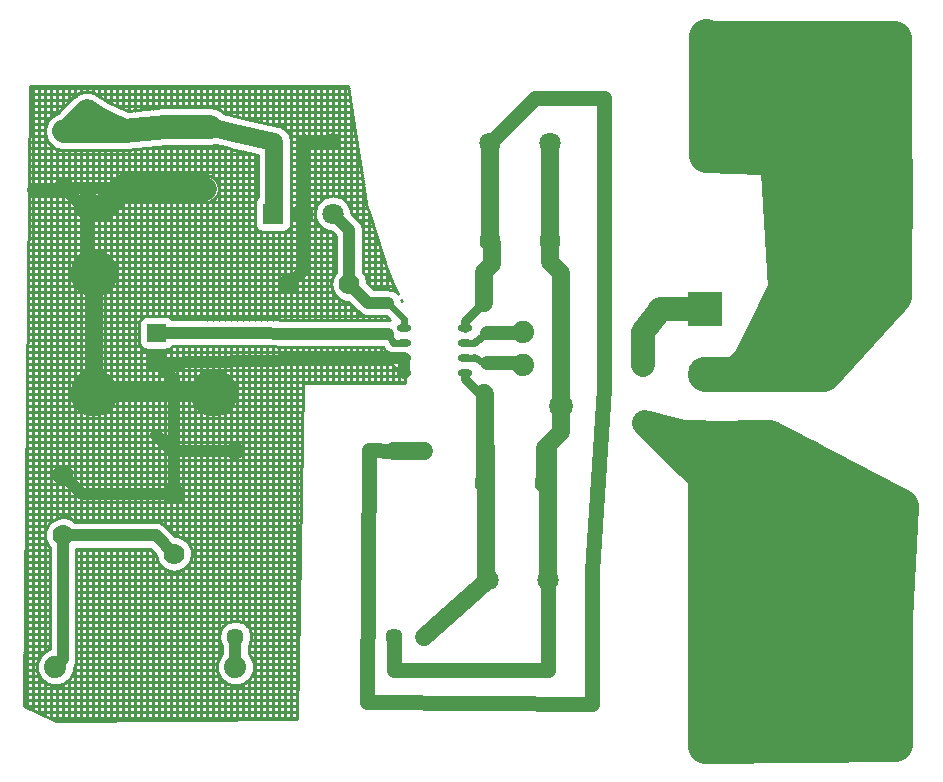
<source format=gtl>
G04 Layer: TopLayer*
G04 EasyEDA v6.5.34, 2023-10-25 23:35:01*
G04 b0c90d07580345d6a9a575a3640b0f1e,d8e1fe4a71354f51b54a745932dbb16f,10*
G04 Gerber Generator version 0.2*
G04 Scale: 100 percent, Rotated: No, Reflected: No *
G04 Dimensions in millimeters *
G04 leading zeros omitted , absolute positions ,4 integer and 5 decimal *
%FSLAX45Y45*%
%MOMM*%

%ADD10C,2.2000*%
%ADD11C,0.8000*%
%ADD12C,1.5000*%
%ADD13C,2.1000*%
%ADD14C,3.0000*%
%ADD15C,1.2500*%
%ADD16C,1.2000*%
%ADD17C,0.6000*%
%ADD18C,1.0000*%
%ADD19C,2.0000*%
%ADD20C,1.6000*%
%ADD21C,2.5000*%
%ADD22C,0.2540*%
%ADD23O,1.1999976X0.6999986*%
%ADD24R,1.5748X1.5748*%
%ADD25C,2.9000*%
%ADD26R,2.9000X2.9000*%
%ADD27C,1.8796*%
%ADD28C,1.9000*%
%ADD29C,1.8000*%
%ADD30C,1.4000*%
%ADD31C,1.7780*%
%ADD32R,1.8000X1.8000*%
%ADD33C,4.0000*%
%ADD34C,1.4500*%
%ADD35C,0.0192*%

%LPD*%
D10*
X5346700Y3340100D02*
G01*
X5537200Y3289300D01*
X5854700Y3214166D01*
D11*
X3973916Y3558997D02*
G01*
X3819768Y3713144D01*
X3819768Y3766896D01*
X3973829Y4358998D02*
G01*
X3819768Y4204947D01*
X3819768Y4147896D01*
D12*
X4051300Y4686300D02*
G01*
X3987192Y4622192D01*
X3987192Y4359097D01*
D13*
X5346700Y3340100D02*
G01*
X5346700Y3336582D01*
X5884644Y2798638D01*
D14*
X5854700Y3214166D02*
G01*
X5854700Y1600200D01*
D15*
X4032605Y5715000D02*
G01*
X4413605Y6096000D01*
X5003800Y6096000D01*
X5003192Y3634130D01*
X4901592Y2084730D01*
X4901592Y961593D01*
X2997200Y977900D01*
X3009900Y3111500D01*
X3225192Y3107893D01*
D16*
X4013200Y3848100D02*
G01*
X4317390Y3851097D01*
X4342790Y3825697D01*
D17*
X3987190Y3851097D02*
G01*
X3987190Y3851097D01*
X3899776Y3896898D01*
D18*
X2844190Y4517364D02*
G01*
X3002457Y4359097D01*
X3173829Y4359097D01*
X1211483Y4105582D02*
G01*
X3173729Y4098795D01*
D17*
X3899776Y3896898D02*
G01*
X3896774Y3893896D01*
X3819768Y3893896D01*
X3309772Y4020896D02*
G01*
X3215787Y4020896D01*
X3209795Y4026900D01*
X3173729Y4098795D02*
G01*
X3209795Y4026900D01*
D18*
X164490Y5311597D02*
G01*
X431190Y5330164D01*
D19*
X431190Y5812764D02*
G01*
X453359Y5812764D01*
X622310Y5981710D01*
X635010Y5156210D02*
G01*
X765235Y5156210D01*
X939190Y5330164D01*
D18*
X634997Y5156202D02*
G01*
X605157Y5156202D01*
X431190Y5330164D01*
D19*
X939190Y5812764D02*
G01*
X431190Y5812764D01*
D18*
X634997Y5156202D02*
G01*
X634997Y4663290D01*
X685190Y4613097D01*
X419100Y2901594D02*
G01*
X577494Y2743200D01*
X1358900Y2743200D01*
D19*
X1624990Y5324297D02*
G01*
X1269390Y5324297D01*
D18*
X431190Y5330164D02*
G01*
X939190Y5330164D01*
D12*
X685185Y3597097D02*
G01*
X1701190Y3597097D01*
D18*
X1207180Y3851097D02*
G01*
X1207180Y3838397D01*
D12*
X685185Y4613097D02*
G01*
X685185Y3597097D01*
X4032605Y5715000D02*
G01*
X4036006Y5711598D01*
X4036006Y4880000D01*
X4036009Y4880000D02*
G01*
X4051300Y4864709D01*
X4051300Y4686300D01*
X3996004Y2829991D02*
G01*
X3996004Y3132404D01*
X4000500Y3136900D01*
X4508500Y3136900D02*
G01*
X4504004Y3132404D01*
X4504004Y2829991D01*
X4559300Y4686300D02*
G01*
X4544009Y4701590D01*
X4544009Y4880000D01*
X4544006Y4880000D02*
G01*
X4542586Y4881422D01*
X4542586Y5715000D01*
D18*
X2336190Y4517364D02*
G01*
X2450490Y4631664D01*
X2450490Y5114264D01*
X2704490Y5114264D02*
G01*
X2844190Y4974564D01*
X2844190Y4517364D01*
X1211486Y3850309D02*
G01*
X1358900Y3702893D01*
X1358900Y2743200D01*
X419100Y2391613D02*
G01*
X419100Y1341114D01*
X354992Y1277007D01*
X419100Y2391613D02*
G01*
X1202486Y2391613D01*
X1358900Y2235200D01*
X939190Y5330164D02*
G01*
X945057Y5324297D01*
X1269390Y5324297D01*
X1624990Y5324297D02*
G01*
X1269390Y5324297D01*
D19*
X939190Y5330164D02*
G01*
X945057Y5324297D01*
X1269390Y5324297D01*
D18*
X1878990Y1277010D02*
G01*
X1878990Y1532864D01*
D12*
X3225190Y3107664D02*
G01*
X3328649Y3107664D01*
X3479190Y3107664D01*
X4000500Y3136900D02*
G01*
X4000500Y2031573D01*
X4016611Y2015462D01*
X3987192Y3597097D02*
G01*
X3996004Y3588283D01*
X3996004Y2829991D01*
X4526582Y2015462D02*
G01*
X4526582Y3118817D01*
X4508500Y3136900D01*
X3479192Y1533550D02*
G01*
X3479192Y1532862D01*
X4016611Y2015462D01*
X4000500Y2031573D01*
X4000500Y3136900D01*
D15*
X3225190Y1532864D02*
G01*
X3225190Y1253390D01*
X4526579Y1253390D01*
X4526579Y2015464D01*
D12*
X4634892Y3482797D02*
G01*
X4634892Y4610707D01*
X4559300Y4686300D01*
D18*
X1205890Y3243470D02*
G01*
X1341696Y3107664D01*
X1878990Y3107664D01*
D19*
X6832600Y5448300D02*
G01*
X7353300Y5130800D01*
X7353300Y5384800D01*
X5334000Y4114800D02*
G01*
X5334000Y3835400D01*
D12*
X4504004Y2829991D02*
G01*
X4504004Y3132404D01*
X4634892Y3263292D01*
X4634892Y3482797D01*
D18*
X685190Y5330164D02*
G01*
X634997Y5279971D01*
X634997Y5156202D01*
X2450490Y5114264D02*
G01*
X2463190Y5126964D01*
X2463190Y5723864D01*
D16*
X2463190Y5723864D02*
G01*
X2701264Y5723864D01*
X2705100Y5727700D01*
X4013200Y4102100D02*
G01*
X4330090Y4105097D01*
X4342790Y4092397D01*
D17*
X4013200Y4102100D02*
G01*
X3895793Y4020896D01*
X3819768Y4020896D01*
X4013200Y4102100D02*
G01*
X4013200Y4102100D01*
X3898900Y4025900D01*
D14*
X5854700Y3759174D02*
G01*
X6118854Y3759174D01*
X6537957Y4178277D01*
D19*
X1663090Y5850864D02*
G01*
X1294790Y5850864D01*
D14*
X7467600Y5549900D02*
G01*
X7454900Y4419600D01*
X7429500Y4394200D01*
X5867400Y5613400D02*
G01*
X5867400Y5613400D01*
X7467600Y5549900D01*
X5867400Y6616700D02*
G01*
X5880100Y6604000D01*
X7454900Y6604000D01*
X5867400Y5613400D02*
G01*
X5867400Y6616700D01*
X5854700Y609600D02*
G01*
X7467600Y622300D01*
X5854700Y1600200D02*
G01*
X5854700Y1600200D01*
X5854700Y1600200D01*
X5854700Y609600D01*
D17*
X3173829Y4359097D02*
G01*
X3309772Y4223130D01*
X3309772Y4147896D01*
D19*
X5854700Y4304233D02*
G01*
X5474743Y4304233D01*
X5448300Y4267200D01*
X5334000Y4113733D01*
D20*
X6400800Y5612333D02*
G01*
X6464300Y4495800D01*
X6102017Y3759174D01*
X5854700Y3759174D01*
D14*
X7467600Y1689100D02*
G01*
X7515859Y2641549D01*
X5854700Y3214164D01*
D19*
X6388100Y1600200D02*
G01*
X6400800Y3225800D01*
D21*
X6400800Y3225800D02*
G01*
X6093053Y3214166D01*
X5854700Y3214166D01*
D14*
X6692900Y1828800D02*
G01*
X6718300Y3060700D01*
X6845300Y1828800D02*
G01*
X6939279Y2841193D01*
X5854700Y3214164D01*
X5854700Y3759174D02*
G01*
X6857974Y3759174D01*
X7454900Y4419600D01*
X7429500Y4394200D02*
G01*
X7193279Y4131513D01*
D19*
X5854700Y3214164D02*
G01*
X6515100Y3175000D01*
X6591300Y1803400D01*
D14*
X7515859Y2641549D02*
G01*
X6400800Y3225800D01*
X5854700Y3214164D01*
D18*
X1211483Y3850309D02*
G01*
X3309787Y3893898D01*
X3309787Y3893898D02*
G01*
X3309787Y3766898D01*
D19*
X939190Y5812764D02*
G01*
X1294790Y5850864D01*
X1294790Y5850864D01*
X622310Y5981710D02*
G01*
X723900Y5918200D01*
X939190Y5812764D01*
D12*
X2209190Y5723864D02*
G01*
X2209190Y5126964D01*
X2196490Y5114264D01*
X1663090Y5850864D02*
G01*
X1866290Y5800064D01*
X2209190Y5724552D01*
D22*
X3284345Y4383900D02*
G01*
X3287927Y4377183D01*
X3287927Y4377183D02*
G01*
X3285123Y4379988D01*
X3285123Y4379988D02*
G01*
X3284345Y4383900D01*
X357827Y821944D02*
G01*
X88624Y948173D01*
X88624Y948173D02*
G01*
X139828Y6197345D01*
X139828Y6197345D02*
G01*
X2833716Y6197345D01*
X2833716Y6197345D02*
G01*
X2997101Y5154195D01*
X2997101Y5154195D02*
G01*
X2997580Y5152196D01*
X2997580Y5152196D02*
G01*
X3162680Y4644196D01*
X3162680Y4644196D02*
G01*
X3162972Y4643388D01*
X3162972Y4643388D02*
G01*
X3213772Y4516388D01*
X3213772Y4516388D02*
G01*
X3214370Y4515103D01*
X3214370Y4515103D02*
G01*
X3255884Y4437263D01*
X3255884Y4437263D02*
G01*
X3254067Y4439335D01*
X3254067Y4439335D02*
G01*
X3242907Y4449122D01*
X3242907Y4449122D02*
G01*
X3230566Y4457369D01*
X3230566Y4457369D02*
G01*
X3217253Y4463933D01*
X3217253Y4463933D02*
G01*
X3203198Y4468705D01*
X3203198Y4468705D02*
G01*
X3188640Y4471600D01*
X3188640Y4471600D02*
G01*
X3173829Y4472571D01*
X3173829Y4472571D02*
G01*
X3049460Y4472571D01*
X3049460Y4472571D02*
G01*
X2996073Y4525958D01*
X2996073Y4525958D02*
G01*
X2995571Y4534733D01*
X2995571Y4534733D02*
G01*
X2992605Y4551876D01*
X2992605Y4551876D02*
G01*
X2987703Y4568569D01*
X2987703Y4568569D02*
G01*
X2980931Y4584595D01*
X2980931Y4584595D02*
G01*
X2972376Y4599744D01*
X2972376Y4599744D02*
G01*
X2962150Y4613819D01*
X2962150Y4613819D02*
G01*
X2957664Y4618706D01*
X2957664Y4618706D02*
G01*
X2957664Y4974564D01*
X2957664Y4974564D02*
G01*
X2956694Y4989376D01*
X2956694Y4989376D02*
G01*
X2953798Y5003933D01*
X2953798Y5003933D02*
G01*
X2949027Y5017989D01*
X2949027Y5017989D02*
G01*
X2942462Y5031301D01*
X2942462Y5031301D02*
G01*
X2934215Y5043643D01*
X2934215Y5043643D02*
G01*
X2924429Y5054803D01*
X2924429Y5054803D02*
G01*
X2857565Y5121666D01*
X2857565Y5121666D02*
G01*
X2857401Y5127398D01*
X2857401Y5127398D02*
G01*
X2854907Y5144743D01*
X2854907Y5144743D02*
G01*
X2850453Y5161690D01*
X2850453Y5161690D02*
G01*
X2844095Y5178020D01*
X2844095Y5178020D02*
G01*
X2835918Y5193518D01*
X2835918Y5193518D02*
G01*
X2826027Y5207983D01*
X2826027Y5207983D02*
G01*
X2814551Y5221226D01*
X2814551Y5221226D02*
G01*
X2801641Y5233075D01*
X2801641Y5233075D02*
G01*
X2787464Y5243375D01*
X2787464Y5243375D02*
G01*
X2772206Y5251992D01*
X2772206Y5251992D02*
G01*
X2756065Y5258813D01*
X2756065Y5258813D02*
G01*
X2739251Y5263750D01*
X2739251Y5263750D02*
G01*
X2721985Y5266738D01*
X2721985Y5266738D02*
G01*
X2704490Y5267739D01*
X2704490Y5267739D02*
G01*
X2686995Y5266738D01*
X2686995Y5266738D02*
G01*
X2669728Y5263750D01*
X2669728Y5263750D02*
G01*
X2652915Y5258813D01*
X2652915Y5258813D02*
G01*
X2636774Y5251992D01*
X2636774Y5251992D02*
G01*
X2621515Y5243375D01*
X2621515Y5243375D02*
G01*
X2607339Y5233075D01*
X2607339Y5233075D02*
G01*
X2594428Y5221226D01*
X2594428Y5221226D02*
G01*
X2582953Y5207983D01*
X2582953Y5207983D02*
G01*
X2573062Y5193518D01*
X2573062Y5193518D02*
G01*
X2564885Y5178020D01*
X2564885Y5178020D02*
G01*
X2558527Y5161690D01*
X2558527Y5161690D02*
G01*
X2554072Y5144743D01*
X2554072Y5144743D02*
G01*
X2551578Y5127398D01*
X2551578Y5127398D02*
G01*
X2551078Y5109882D01*
X2551078Y5109882D02*
G01*
X2552578Y5092422D01*
X2552578Y5092422D02*
G01*
X2556058Y5075248D01*
X2556058Y5075248D02*
G01*
X2561473Y5058582D01*
X2561473Y5058582D02*
G01*
X2568752Y5042643D01*
X2568752Y5042643D02*
G01*
X2577801Y5027636D01*
X2577801Y5027636D02*
G01*
X2588502Y5013760D01*
X2588502Y5013760D02*
G01*
X2600714Y5001193D01*
X2600714Y5001193D02*
G01*
X2614280Y4990101D01*
X2614280Y4990101D02*
G01*
X2629021Y4980627D01*
X2629021Y4980627D02*
G01*
X2644747Y4972895D01*
X2644747Y4972895D02*
G01*
X2661251Y4967007D01*
X2661251Y4967007D02*
G01*
X2678319Y4963038D01*
X2678319Y4963038D02*
G01*
X2695728Y4961040D01*
X2695728Y4961040D02*
G01*
X2697237Y4961040D01*
X2697237Y4961040D02*
G01*
X2730715Y4927561D01*
X2730715Y4927561D02*
G01*
X2730715Y4618912D01*
X2730715Y4618912D02*
G01*
X2720916Y4606928D01*
X2720916Y4606928D02*
G01*
X2711510Y4592292D01*
X2711510Y4592292D02*
G01*
X2703834Y4576679D01*
X2703834Y4576679D02*
G01*
X2697988Y4560293D01*
X2697988Y4560293D02*
G01*
X2694047Y4543347D01*
X2694047Y4543347D02*
G01*
X2692064Y4526063D01*
X2692064Y4526063D02*
G01*
X2692064Y4508665D01*
X2692064Y4508665D02*
G01*
X2694047Y4491381D01*
X2694047Y4491381D02*
G01*
X2697988Y4474435D01*
X2697988Y4474435D02*
G01*
X2703834Y4458049D01*
X2703834Y4458049D02*
G01*
X2711510Y4442436D01*
X2711510Y4442436D02*
G01*
X2720916Y4427801D01*
X2720916Y4427801D02*
G01*
X2731929Y4414332D01*
X2731929Y4414332D02*
G01*
X2744406Y4402207D01*
X2744406Y4402207D02*
G01*
X2758183Y4391583D01*
X2758183Y4391583D02*
G01*
X2773082Y4382599D01*
X2773082Y4382599D02*
G01*
X2788907Y4375372D01*
X2788907Y4375372D02*
G01*
X2805453Y4369996D01*
X2805453Y4369996D02*
G01*
X2822505Y4366540D01*
X2822505Y4366540D02*
G01*
X2835667Y4365410D01*
X2835667Y4365410D02*
G01*
X2922219Y4278858D01*
X2922219Y4278858D02*
G01*
X2933378Y4269071D01*
X2933378Y4269071D02*
G01*
X2945720Y4260825D01*
X2945720Y4260825D02*
G01*
X2959032Y4254260D01*
X2959032Y4254260D02*
G01*
X2973088Y4249489D01*
X2973088Y4249489D02*
G01*
X2987646Y4246593D01*
X2987646Y4246593D02*
G01*
X3002457Y4245622D01*
X3002457Y4245622D02*
G01*
X3155102Y4245622D01*
X3155102Y4245622D02*
G01*
X3189609Y4211109D01*
X3189609Y4211109D02*
G01*
X3188930Y4211247D01*
X3188930Y4211247D02*
G01*
X3174122Y4212269D01*
X3174122Y4212269D02*
G01*
X1343242Y4218601D01*
X1343242Y4218601D02*
G01*
X1338731Y4225044D01*
X1338731Y4225044D02*
G01*
X1330907Y4232868D01*
X1330907Y4232868D02*
G01*
X1321843Y4239214D01*
X1321843Y4239214D02*
G01*
X1311816Y4243890D01*
X1311816Y4243890D02*
G01*
X1301128Y4246753D01*
X1301128Y4246753D02*
G01*
X1290106Y4247718D01*
X1290106Y4247718D02*
G01*
X1132626Y4247718D01*
X1132626Y4247718D02*
G01*
X1117423Y4246349D01*
X1117423Y4246349D02*
G01*
X1106736Y4243486D01*
X1106736Y4243486D02*
G01*
X1096708Y4238810D01*
X1096708Y4238810D02*
G01*
X1087645Y4232464D01*
X1087645Y4232464D02*
G01*
X1079821Y4224640D01*
X1079821Y4224640D02*
G01*
X1073475Y4215577D01*
X1073475Y4215577D02*
G01*
X1068799Y4205549D01*
X1068799Y4205549D02*
G01*
X1065935Y4194862D01*
X1065935Y4194862D02*
G01*
X1064971Y4183839D01*
X1064971Y4183839D02*
G01*
X1064971Y4026359D01*
X1064971Y4026359D02*
G01*
X1065935Y4015337D01*
X1065935Y4015337D02*
G01*
X1068799Y4004650D01*
X1068799Y4004650D02*
G01*
X1073475Y3994622D01*
X1073475Y3994622D02*
G01*
X1079821Y3985558D01*
X1079821Y3985558D02*
G01*
X1087645Y3977735D01*
X1087645Y3977735D02*
G01*
X1096708Y3971389D01*
X1096708Y3971389D02*
G01*
X1106736Y3966713D01*
X1106736Y3966713D02*
G01*
X1117423Y3963849D01*
X1117423Y3963849D02*
G01*
X1128445Y3962885D01*
X1128445Y3962885D02*
G01*
X1285925Y3962885D01*
X1285925Y3962885D02*
G01*
X1301128Y3964253D01*
X1301128Y3964253D02*
G01*
X1311816Y3967117D01*
X1311816Y3967117D02*
G01*
X1321843Y3971792D01*
X1321843Y3971792D02*
G01*
X1330907Y3978139D01*
X1330907Y3978139D02*
G01*
X1338731Y3985962D01*
X1338731Y3985962D02*
G01*
X1342715Y3991653D01*
X1342715Y3991653D02*
G01*
X3125994Y3985485D01*
X3125994Y3985485D02*
G01*
X3127707Y3982190D01*
X3127707Y3982190D02*
G01*
X3133059Y3973523D01*
X3133059Y3973523D02*
G01*
X3134906Y3970962D01*
X3134906Y3970962D02*
G01*
X3141436Y3963146D01*
X3141436Y3963146D02*
G01*
X3149620Y3954869D01*
X3149620Y3954869D02*
G01*
X3154574Y3950252D01*
X3154574Y3950252D02*
G01*
X3159690Y3946125D01*
X3159690Y3946125D02*
G01*
X3165251Y3942260D01*
X3165251Y3942260D02*
G01*
X3170902Y3938902D01*
X3170902Y3938902D02*
G01*
X3176956Y3935868D01*
X3176956Y3935868D02*
G01*
X3183028Y3933349D01*
X3183028Y3933349D02*
G01*
X3189452Y3931208D01*
X3189452Y3931208D02*
G01*
X3193481Y3930177D01*
X3193481Y3930177D02*
G01*
X3190301Y3921652D01*
X3190301Y3921652D02*
G01*
X3187315Y3907923D01*
X3187315Y3907923D02*
G01*
X3186313Y3893908D01*
X3186313Y3893908D02*
G01*
X3187315Y3879894D01*
X3187315Y3879894D02*
G01*
X3190301Y3866165D01*
X3190301Y3866165D02*
G01*
X3195212Y3853001D01*
X3195212Y3853001D02*
G01*
X3201945Y3840669D01*
X3201945Y3840669D02*
G01*
X3210365Y3829421D01*
X3210365Y3829421D02*
G01*
X3220300Y3819486D01*
X3220300Y3819486D02*
G01*
X3231548Y3811066D01*
X3231548Y3811066D02*
G01*
X3243879Y3804333D01*
X3243879Y3804333D02*
G01*
X3257044Y3799423D01*
X3257044Y3799423D02*
G01*
X3270773Y3796436D01*
X3270773Y3796436D02*
G01*
X3284787Y3795434D01*
X3284787Y3795434D02*
G01*
X3314445Y3795434D01*
X3314445Y3795434D02*
G01*
X3314445Y3683253D01*
X3314445Y3683253D02*
G01*
X2463800Y3683253D01*
X2463800Y3683253D02*
G01*
X2458842Y3682267D01*
X2458842Y3682267D02*
G01*
X2454640Y3679459D01*
X2454640Y3679459D02*
G01*
X2451832Y3675257D01*
X2451832Y3675257D02*
G01*
X2450848Y3670531D01*
X2450848Y3670531D02*
G01*
X2400273Y838352D01*
X2400273Y838352D02*
G01*
X357827Y821944D01*
X2095468Y4961754D02*
G01*
X2106490Y4960790D01*
X2106490Y4960790D02*
G01*
X2286490Y4960790D01*
X2286490Y4960790D02*
G01*
X2297512Y4961754D01*
X2297512Y4961754D02*
G01*
X2308199Y4964618D01*
X2308199Y4964618D02*
G01*
X2318227Y4969294D01*
X2318227Y4969294D02*
G01*
X2327291Y4975640D01*
X2327291Y4975640D02*
G01*
X2335114Y4983463D01*
X2335114Y4983463D02*
G01*
X2341460Y4992527D01*
X2341460Y4992527D02*
G01*
X2346136Y5002555D01*
X2346136Y5002555D02*
G01*
X2349000Y5013242D01*
X2349000Y5013242D02*
G01*
X2349964Y5024264D01*
X2349964Y5024264D02*
G01*
X2349964Y5204264D01*
X2349964Y5204264D02*
G01*
X2349000Y5215286D01*
X2349000Y5215286D02*
G01*
X2347664Y5220271D01*
X2347664Y5220271D02*
G01*
X2347664Y5723864D01*
X2347664Y5723864D02*
G01*
X2347621Y5728001D01*
X2347621Y5728001D02*
G01*
X2346196Y5744662D01*
X2346196Y5744662D02*
G01*
X2342774Y5761030D01*
X2342774Y5761030D02*
G01*
X2337403Y5776865D01*
X2337403Y5776865D02*
G01*
X2330162Y5791938D01*
X2330162Y5791938D02*
G01*
X2321158Y5806029D01*
X2321158Y5806029D02*
G01*
X2310521Y5818931D01*
X2310521Y5818931D02*
G01*
X2298406Y5830457D01*
X2298406Y5830457D02*
G01*
X2284990Y5840438D01*
X2284990Y5840438D02*
G01*
X2270469Y5848730D01*
X2270469Y5848730D02*
G01*
X2255054Y5855211D01*
X2255054Y5855211D02*
G01*
X2238970Y5859787D01*
X2238970Y5859787D02*
G01*
X1897979Y5934878D01*
X1897979Y5934878D02*
G01*
X1780539Y5964238D01*
X1780539Y5964238D02*
G01*
X1775511Y5969546D01*
X1775511Y5969546D02*
G01*
X1762020Y5981005D01*
X1762020Y5981005D02*
G01*
X1747370Y5990938D01*
X1747370Y5990938D02*
G01*
X1731731Y5999230D01*
X1731731Y5999230D02*
G01*
X1715287Y6005781D01*
X1715287Y6005781D02*
G01*
X1698232Y6010517D01*
X1698232Y6010517D02*
G01*
X1680764Y6013380D01*
X1680764Y6013380D02*
G01*
X1663090Y6014338D01*
X1663090Y6014338D02*
G01*
X1294790Y6014338D01*
X1294790Y6014338D02*
G01*
X1277374Y6013408D01*
X1277374Y6013408D02*
G01*
X968703Y5980336D01*
X968703Y5980336D02*
G01*
X803390Y6061296D01*
X803390Y6061296D02*
G01*
X708967Y6120326D01*
X708967Y6120326D02*
G01*
X702768Y6124014D01*
X702768Y6124014D02*
G01*
X693472Y6128882D01*
X693472Y6128882D02*
G01*
X686910Y6131878D01*
X686910Y6131878D02*
G01*
X677143Y6135714D01*
X677143Y6135714D02*
G01*
X670295Y6137983D01*
X670295Y6137983D02*
G01*
X660171Y6140739D01*
X660171Y6140739D02*
G01*
X653118Y6142255D01*
X653118Y6142255D02*
G01*
X642755Y6143901D01*
X642755Y6143901D02*
G01*
X635579Y6144645D01*
X635579Y6144645D02*
G01*
X625099Y6145160D01*
X625099Y6145160D02*
G01*
X617885Y6145124D01*
X617885Y6145124D02*
G01*
X607410Y6144504D01*
X607410Y6144504D02*
G01*
X600243Y6143688D01*
X600243Y6143688D02*
G01*
X589896Y6141938D01*
X589896Y6141938D02*
G01*
X582859Y6140352D01*
X582859Y6140352D02*
G01*
X572763Y6137495D01*
X572763Y6137495D02*
G01*
X565938Y6135157D01*
X565938Y6135157D02*
G01*
X556210Y6131224D01*
X556210Y6131224D02*
G01*
X549678Y6128163D01*
X549678Y6128163D02*
G01*
X540432Y6123201D01*
X540432Y6123201D02*
G01*
X534270Y6119452D01*
X534270Y6119452D02*
G01*
X525614Y6113519D01*
X525614Y6113519D02*
G01*
X519893Y6109125D01*
X519893Y6109125D02*
G01*
X511930Y6102292D01*
X511930Y6102292D02*
G01*
X506718Y6097305D01*
X506718Y6097305D02*
G01*
X375829Y5966421D01*
X375829Y5966421D02*
G01*
X362549Y5961130D01*
X362549Y5961130D02*
G01*
X346910Y5952838D01*
X346910Y5952838D02*
G01*
X332259Y5942905D01*
X332259Y5942905D02*
G01*
X318769Y5931446D01*
X318769Y5931446D02*
G01*
X306596Y5918595D01*
X306596Y5918595D02*
G01*
X295884Y5904504D01*
X295884Y5904504D02*
G01*
X286758Y5889337D01*
X286758Y5889337D02*
G01*
X279326Y5873272D01*
X279326Y5873272D02*
G01*
X273674Y5856498D01*
X273674Y5856498D02*
G01*
X269869Y5839211D01*
X269869Y5839211D02*
G01*
X267955Y5821614D01*
X267955Y5821614D02*
G01*
X267955Y5803914D01*
X267955Y5803914D02*
G01*
X269869Y5786317D01*
X269869Y5786317D02*
G01*
X273674Y5769030D01*
X273674Y5769030D02*
G01*
X279326Y5752256D01*
X279326Y5752256D02*
G01*
X286758Y5736191D01*
X286758Y5736191D02*
G01*
X295884Y5721024D01*
X295884Y5721024D02*
G01*
X306596Y5706933D01*
X306596Y5706933D02*
G01*
X318769Y5694082D01*
X318769Y5694082D02*
G01*
X332259Y5682623D01*
X332259Y5682623D02*
G01*
X346910Y5672690D01*
X346910Y5672690D02*
G01*
X362549Y5664399D01*
X362549Y5664399D02*
G01*
X378992Y5657847D01*
X378992Y5657847D02*
G01*
X396048Y5653112D01*
X396048Y5653112D02*
G01*
X413515Y5650248D01*
X413515Y5650248D02*
G01*
X431190Y5649290D01*
X431190Y5649290D02*
G01*
X939190Y5649290D01*
X939190Y5649290D02*
G01*
X953272Y5649897D01*
X953272Y5649897D02*
G01*
X956605Y5650220D01*
X956605Y5650220D02*
G01*
X1303522Y5687390D01*
X1303522Y5687390D02*
G01*
X1663090Y5687390D01*
X1663090Y5687390D02*
G01*
X1680764Y5688348D01*
X1680764Y5688348D02*
G01*
X1698232Y5691212D01*
X1698232Y5691212D02*
G01*
X1713641Y5695490D01*
X1713641Y5695490D02*
G01*
X1832705Y5665724D01*
X1832705Y5665724D02*
G01*
X1836509Y5664830D01*
X1836509Y5664830D02*
G01*
X2070715Y5613254D01*
X2070715Y5613254D02*
G01*
X2070715Y5256408D01*
X2070715Y5256408D02*
G01*
X2065689Y5252888D01*
X2065689Y5252888D02*
G01*
X2057866Y5245065D01*
X2057866Y5245065D02*
G01*
X2051519Y5236001D01*
X2051519Y5236001D02*
G01*
X2046844Y5225974D01*
X2046844Y5225974D02*
G01*
X2043980Y5215286D01*
X2043980Y5215286D02*
G01*
X2043015Y5204264D01*
X2043015Y5204264D02*
G01*
X2043015Y5024264D01*
X2043015Y5024264D02*
G01*
X2043980Y5013242D01*
X2043980Y5013242D02*
G01*
X2046844Y5002555D01*
X2046844Y5002555D02*
G01*
X2051519Y4992527D01*
X2051519Y4992527D02*
G01*
X2057866Y4983463D01*
X2057866Y4983463D02*
G01*
X2065689Y4975640D01*
X2065689Y4975640D02*
G01*
X2074753Y4969294D01*
X2074753Y4969294D02*
G01*
X2084780Y4964618D01*
X2084780Y4964618D02*
G01*
X2095468Y4961754D01*
X337361Y1120545D02*
G01*
X354990Y1119555D01*
X354990Y1119555D02*
G01*
X372619Y1120545D01*
X372619Y1120545D02*
G01*
X390027Y1123503D01*
X390027Y1123503D02*
G01*
X406994Y1128391D01*
X406994Y1128391D02*
G01*
X423307Y1135148D01*
X423307Y1135148D02*
G01*
X438761Y1143689D01*
X438761Y1143689D02*
G01*
X453161Y1153907D01*
X453161Y1153907D02*
G01*
X466327Y1165673D01*
X466327Y1165673D02*
G01*
X478093Y1178839D01*
X478093Y1178839D02*
G01*
X488310Y1193239D01*
X488310Y1193239D02*
G01*
X496852Y1208693D01*
X496852Y1208693D02*
G01*
X503609Y1225006D01*
X503609Y1225006D02*
G01*
X508497Y1241973D01*
X508497Y1241973D02*
G01*
X511454Y1259381D01*
X511454Y1259381D02*
G01*
X512444Y1277003D01*
X512444Y1277003D02*
G01*
X517371Y1284377D01*
X517371Y1284377D02*
G01*
X523936Y1297690D01*
X523936Y1297690D02*
G01*
X528707Y1311745D01*
X528707Y1311745D02*
G01*
X531603Y1326303D01*
X531603Y1326303D02*
G01*
X532574Y1341114D01*
X532574Y1341114D02*
G01*
X532574Y2278138D01*
X532574Y2278138D02*
G01*
X1155484Y2278138D01*
X1155484Y2278138D02*
G01*
X1206945Y2226677D01*
X1206945Y2226677D02*
G01*
X1208076Y2213514D01*
X1208076Y2213514D02*
G01*
X1211531Y2196463D01*
X1211531Y2196463D02*
G01*
X1216907Y2179917D01*
X1216907Y2179917D02*
G01*
X1224134Y2164091D01*
X1224134Y2164091D02*
G01*
X1233118Y2149193D01*
X1233118Y2149193D02*
G01*
X1243743Y2135415D01*
X1243743Y2135415D02*
G01*
X1255868Y2122939D01*
X1255868Y2122939D02*
G01*
X1269336Y2111926D01*
X1269336Y2111926D02*
G01*
X1283972Y2102520D01*
X1283972Y2102520D02*
G01*
X1299585Y2094844D01*
X1299585Y2094844D02*
G01*
X1315971Y2088997D01*
X1315971Y2088997D02*
G01*
X1332916Y2085057D01*
X1332916Y2085057D02*
G01*
X1350201Y2083073D01*
X1350201Y2083073D02*
G01*
X1367598Y2083073D01*
X1367598Y2083073D02*
G01*
X1384883Y2085057D01*
X1384883Y2085057D02*
G01*
X1401828Y2088997D01*
X1401828Y2088997D02*
G01*
X1418214Y2094844D01*
X1418214Y2094844D02*
G01*
X1433827Y2102520D01*
X1433827Y2102520D02*
G01*
X1448463Y2111926D01*
X1448463Y2111926D02*
G01*
X1461931Y2122939D01*
X1461931Y2122939D02*
G01*
X1474056Y2135415D01*
X1474056Y2135415D02*
G01*
X1484681Y2149193D01*
X1484681Y2149193D02*
G01*
X1493665Y2164091D01*
X1493665Y2164091D02*
G01*
X1500892Y2179917D01*
X1500892Y2179917D02*
G01*
X1506268Y2196463D01*
X1506268Y2196463D02*
G01*
X1509723Y2213514D01*
X1509723Y2213514D02*
G01*
X1511212Y2230848D01*
X1511212Y2230848D02*
G01*
X1510715Y2248239D01*
X1510715Y2248239D02*
G01*
X1508239Y2265460D01*
X1508239Y2265460D02*
G01*
X1503816Y2282286D01*
X1503816Y2282286D02*
G01*
X1497504Y2298498D01*
X1497504Y2298498D02*
G01*
X1489385Y2313885D01*
X1489385Y2313885D02*
G01*
X1479565Y2328247D01*
X1479565Y2328247D02*
G01*
X1468172Y2341395D01*
X1468172Y2341395D02*
G01*
X1455354Y2353159D01*
X1455354Y2353159D02*
G01*
X1441279Y2363385D01*
X1441279Y2363385D02*
G01*
X1426131Y2371940D01*
X1426131Y2371940D02*
G01*
X1410105Y2378713D01*
X1410105Y2378713D02*
G01*
X1393412Y2383614D01*
X1393412Y2383614D02*
G01*
X1376269Y2386581D01*
X1376269Y2386581D02*
G01*
X1367494Y2387083D01*
X1367494Y2387083D02*
G01*
X1282725Y2471851D01*
X1282725Y2471851D02*
G01*
X1271565Y2481638D01*
X1271565Y2481638D02*
G01*
X1259224Y2489885D01*
X1259224Y2489885D02*
G01*
X1245911Y2496449D01*
X1245911Y2496449D02*
G01*
X1231856Y2501221D01*
X1231856Y2501221D02*
G01*
X1217298Y2504116D01*
X1217298Y2504116D02*
G01*
X1202486Y2505087D01*
X1202486Y2505087D02*
G01*
X520602Y2505087D01*
X520602Y2505087D02*
G01*
X518884Y2506757D01*
X518884Y2506757D02*
G01*
X505106Y2517381D01*
X505106Y2517381D02*
G01*
X490208Y2526365D01*
X490208Y2526365D02*
G01*
X474382Y2533592D01*
X474382Y2533592D02*
G01*
X457836Y2538969D01*
X457836Y2538969D02*
G01*
X440785Y2542424D01*
X440785Y2542424D02*
G01*
X423451Y2543912D01*
X423451Y2543912D02*
G01*
X406060Y2543416D01*
X406060Y2543416D02*
G01*
X388839Y2540940D01*
X388839Y2540940D02*
G01*
X372013Y2536517D01*
X372013Y2536517D02*
G01*
X355801Y2530205D01*
X355801Y2530205D02*
G01*
X340414Y2522086D01*
X340414Y2522086D02*
G01*
X326052Y2512266D01*
X326052Y2512266D02*
G01*
X312904Y2500873D01*
X312904Y2500873D02*
G01*
X301140Y2488055D01*
X301140Y2488055D02*
G01*
X290914Y2473980D01*
X290914Y2473980D02*
G01*
X282359Y2458831D01*
X282359Y2458831D02*
G01*
X275586Y2442805D01*
X275586Y2442805D02*
G01*
X270685Y2426112D01*
X270685Y2426112D02*
G01*
X267718Y2408969D01*
X267718Y2408969D02*
G01*
X266725Y2391600D01*
X266725Y2391600D02*
G01*
X267718Y2374231D01*
X267718Y2374231D02*
G01*
X270685Y2357088D01*
X270685Y2357088D02*
G01*
X275586Y2340395D01*
X275586Y2340395D02*
G01*
X282359Y2324369D01*
X282359Y2324369D02*
G01*
X290914Y2309220D01*
X290914Y2309220D02*
G01*
X301140Y2295145D01*
X301140Y2295145D02*
G01*
X305625Y2290258D01*
X305625Y2290258D02*
G01*
X305625Y1426389D01*
X305625Y1426389D02*
G01*
X302986Y1425629D01*
X302986Y1425629D02*
G01*
X286673Y1418872D01*
X286673Y1418872D02*
G01*
X271219Y1410330D01*
X271219Y1410330D02*
G01*
X256819Y1400113D01*
X256819Y1400113D02*
G01*
X243653Y1388347D01*
X243653Y1388347D02*
G01*
X231887Y1375181D01*
X231887Y1375181D02*
G01*
X221669Y1360781D01*
X221669Y1360781D02*
G01*
X213128Y1345327D01*
X213128Y1345327D02*
G01*
X206371Y1329014D01*
X206371Y1329014D02*
G01*
X201483Y1312047D01*
X201483Y1312047D02*
G01*
X198525Y1294639D01*
X198525Y1294639D02*
G01*
X197535Y1277010D01*
X197535Y1277010D02*
G01*
X198525Y1259381D01*
X198525Y1259381D02*
G01*
X201483Y1241973D01*
X201483Y1241973D02*
G01*
X206371Y1225006D01*
X206371Y1225006D02*
G01*
X213128Y1208693D01*
X213128Y1208693D02*
G01*
X221669Y1193239D01*
X221669Y1193239D02*
G01*
X231887Y1178839D01*
X231887Y1178839D02*
G01*
X243653Y1165673D01*
X243653Y1165673D02*
G01*
X256819Y1153907D01*
X256819Y1153907D02*
G01*
X271219Y1143689D01*
X271219Y1143689D02*
G01*
X286673Y1135148D01*
X286673Y1135148D02*
G01*
X302986Y1128391D01*
X302986Y1128391D02*
G01*
X319953Y1123503D01*
X319953Y1123503D02*
G01*
X337361Y1120545D01*
X930246Y5211793D02*
G01*
X945057Y5210822D01*
X945057Y5210822D02*
G01*
X1624990Y5210822D01*
X1624990Y5210822D02*
G01*
X1639801Y5211793D01*
X1639801Y5211793D02*
G01*
X1654359Y5214689D01*
X1654359Y5214689D02*
G01*
X1668415Y5219460D01*
X1668415Y5219460D02*
G01*
X1681727Y5226025D01*
X1681727Y5226025D02*
G01*
X1694069Y5234271D01*
X1694069Y5234271D02*
G01*
X1705229Y5244058D01*
X1705229Y5244058D02*
G01*
X1715015Y5255218D01*
X1715015Y5255218D02*
G01*
X1723262Y5267559D01*
X1723262Y5267559D02*
G01*
X1729827Y5280872D01*
X1729827Y5280872D02*
G01*
X1734598Y5294927D01*
X1734598Y5294927D02*
G01*
X1737494Y5309485D01*
X1737494Y5309485D02*
G01*
X1738464Y5324297D01*
X1738464Y5324297D02*
G01*
X1737494Y5339108D01*
X1737494Y5339108D02*
G01*
X1734598Y5353666D01*
X1734598Y5353666D02*
G01*
X1729827Y5367722D01*
X1729827Y5367722D02*
G01*
X1723262Y5381034D01*
X1723262Y5381034D02*
G01*
X1715015Y5393376D01*
X1715015Y5393376D02*
G01*
X1705229Y5404535D01*
X1705229Y5404535D02*
G01*
X1694069Y5414322D01*
X1694069Y5414322D02*
G01*
X1681727Y5422569D01*
X1681727Y5422569D02*
G01*
X1668415Y5429133D01*
X1668415Y5429133D02*
G01*
X1654359Y5433905D01*
X1654359Y5433905D02*
G01*
X1639801Y5436800D01*
X1639801Y5436800D02*
G01*
X1624990Y5437771D01*
X1624990Y5437771D02*
G01*
X974453Y5437771D01*
X974453Y5437771D02*
G01*
X968559Y5439772D01*
X968559Y5439772D02*
G01*
X954001Y5442668D01*
X954001Y5442668D02*
G01*
X939190Y5443639D01*
X939190Y5443639D02*
G01*
X924378Y5442668D01*
X924378Y5442668D02*
G01*
X909821Y5439772D01*
X909821Y5439772D02*
G01*
X895765Y5435001D01*
X895765Y5435001D02*
G01*
X882453Y5428436D01*
X882453Y5428436D02*
G01*
X870111Y5420190D01*
X870111Y5420190D02*
G01*
X858951Y5410403D01*
X858951Y5410403D02*
G01*
X849164Y5399243D01*
X849164Y5399243D02*
G01*
X840918Y5386901D01*
X840918Y5386901D02*
G01*
X834353Y5373589D01*
X834353Y5373589D02*
G01*
X829582Y5359533D01*
X829582Y5359533D02*
G01*
X826686Y5344976D01*
X826686Y5344976D02*
G01*
X825715Y5330164D01*
X825715Y5330164D02*
G01*
X826686Y5315353D01*
X826686Y5315353D02*
G01*
X829582Y5300795D01*
X829582Y5300795D02*
G01*
X834353Y5286739D01*
X834353Y5286739D02*
G01*
X840918Y5273427D01*
X840918Y5273427D02*
G01*
X849164Y5261085D01*
X849164Y5261085D02*
G01*
X858951Y5249926D01*
X858951Y5249926D02*
G01*
X864819Y5244058D01*
X864819Y5244058D02*
G01*
X875978Y5234271D01*
X875978Y5234271D02*
G01*
X888320Y5226025D01*
X888320Y5226025D02*
G01*
X901632Y5219460D01*
X901632Y5219460D02*
G01*
X915688Y5214689D01*
X915688Y5214689D02*
G01*
X930246Y5211793D01*
X1861361Y1120545D02*
G01*
X1878990Y1119555D01*
X1878990Y1119555D02*
G01*
X1896619Y1120545D01*
X1896619Y1120545D02*
G01*
X1914027Y1123503D01*
X1914027Y1123503D02*
G01*
X1930994Y1128391D01*
X1930994Y1128391D02*
G01*
X1947307Y1135148D01*
X1947307Y1135148D02*
G01*
X1962761Y1143689D01*
X1962761Y1143689D02*
G01*
X1977161Y1153907D01*
X1977161Y1153907D02*
G01*
X1990327Y1165673D01*
X1990327Y1165673D02*
G01*
X2002093Y1178839D01*
X2002093Y1178839D02*
G01*
X2012310Y1193239D01*
X2012310Y1193239D02*
G01*
X2020852Y1208693D01*
X2020852Y1208693D02*
G01*
X2027609Y1225006D01*
X2027609Y1225006D02*
G01*
X2032497Y1241973D01*
X2032497Y1241973D02*
G01*
X2035454Y1259381D01*
X2035454Y1259381D02*
G01*
X2036445Y1277010D01*
X2036445Y1277010D02*
G01*
X2035454Y1294639D01*
X2035454Y1294639D02*
G01*
X2032497Y1312047D01*
X2032497Y1312047D02*
G01*
X2027609Y1329014D01*
X2027609Y1329014D02*
G01*
X2020852Y1345327D01*
X2020852Y1345327D02*
G01*
X2012310Y1360781D01*
X2012310Y1360781D02*
G01*
X2002093Y1375181D01*
X2002093Y1375181D02*
G01*
X1992464Y1385956D01*
X1992464Y1385956D02*
G01*
X1992464Y1458212D01*
X1992464Y1458212D02*
G01*
X1999390Y1469668D01*
X1999390Y1469668D02*
G01*
X2006129Y1484642D01*
X2006129Y1484642D02*
G01*
X2011014Y1500318D01*
X2011014Y1500318D02*
G01*
X2013974Y1516469D01*
X2013974Y1516469D02*
G01*
X2014965Y1532859D01*
X2014965Y1532859D02*
G01*
X2013974Y1549249D01*
X2013974Y1549249D02*
G01*
X2011014Y1565400D01*
X2011014Y1565400D02*
G01*
X2006129Y1581076D01*
X2006129Y1581076D02*
G01*
X1999390Y1596050D01*
X1999390Y1596050D02*
G01*
X1990895Y1610102D01*
X1990895Y1610102D02*
G01*
X1980769Y1623027D01*
X1980769Y1623027D02*
G01*
X1969158Y1634638D01*
X1969158Y1634638D02*
G01*
X1956233Y1644764D01*
X1956233Y1644764D02*
G01*
X1942181Y1653259D01*
X1942181Y1653259D02*
G01*
X1927207Y1659998D01*
X1927207Y1659998D02*
G01*
X1911531Y1664883D01*
X1911531Y1664883D02*
G01*
X1895380Y1667843D01*
X1895380Y1667843D02*
G01*
X1878990Y1668834D01*
X1878990Y1668834D02*
G01*
X1862600Y1667843D01*
X1862600Y1667843D02*
G01*
X1846449Y1664883D01*
X1846449Y1664883D02*
G01*
X1830773Y1659998D01*
X1830773Y1659998D02*
G01*
X1815799Y1653259D01*
X1815799Y1653259D02*
G01*
X1801747Y1644764D01*
X1801747Y1644764D02*
G01*
X1788822Y1634638D01*
X1788822Y1634638D02*
G01*
X1777211Y1623027D01*
X1777211Y1623027D02*
G01*
X1767085Y1610102D01*
X1767085Y1610102D02*
G01*
X1758590Y1596050D01*
X1758590Y1596050D02*
G01*
X1751851Y1581076D01*
X1751851Y1581076D02*
G01*
X1746966Y1565400D01*
X1746966Y1565400D02*
G01*
X1744006Y1549249D01*
X1744006Y1549249D02*
G01*
X1743015Y1532859D01*
X1743015Y1532859D02*
G01*
X1744006Y1516469D01*
X1744006Y1516469D02*
G01*
X1746966Y1500318D01*
X1746966Y1500318D02*
G01*
X1751851Y1484642D01*
X1751851Y1484642D02*
G01*
X1758590Y1469668D01*
X1758590Y1469668D02*
G01*
X1765515Y1458212D01*
X1765515Y1458212D02*
G01*
X1765515Y1385956D01*
X1765515Y1385956D02*
G01*
X1755887Y1375181D01*
X1755887Y1375181D02*
G01*
X1745669Y1360781D01*
X1745669Y1360781D02*
G01*
X1737128Y1345327D01*
X1737128Y1345327D02*
G01*
X1730371Y1329014D01*
X1730371Y1329014D02*
G01*
X1725483Y1312047D01*
X1725483Y1312047D02*
G01*
X1722525Y1294639D01*
X1722525Y1294639D02*
G01*
X1721535Y1277010D01*
X1721535Y1277010D02*
G01*
X1722525Y1259381D01*
X1722525Y1259381D02*
G01*
X1725483Y1241973D01*
X1725483Y1241973D02*
G01*
X1730371Y1225006D01*
X1730371Y1225006D02*
G01*
X1737128Y1208693D01*
X1737128Y1208693D02*
G01*
X1745669Y1193239D01*
X1745669Y1193239D02*
G01*
X1755887Y1178839D01*
X1755887Y1178839D02*
G01*
X1767653Y1165673D01*
X1767653Y1165673D02*
G01*
X1780819Y1153907D01*
X1780819Y1153907D02*
G01*
X1795219Y1143689D01*
X1795219Y1143689D02*
G01*
X1810673Y1135148D01*
X1810673Y1135148D02*
G01*
X1826986Y1128391D01*
X1826986Y1128391D02*
G01*
X1843953Y1123503D01*
X1843953Y1123503D02*
G01*
X1861361Y1120545D01*
X307802Y845400D02*
G01*
X2400399Y845400D01*
X199463Y896200D02*
G01*
X2401306Y896200D01*
X91125Y947000D02*
G01*
X2402213Y947000D01*
X89109Y997800D02*
G01*
X2403120Y997800D01*
X89604Y1048600D02*
G01*
X2404027Y1048600D01*
X90100Y1099400D02*
G01*
X2404934Y1099400D01*
X90595Y1150200D02*
G01*
X262042Y1150200D01*
X447937Y1150200D02*
G01*
X1786042Y1150200D01*
X1971937Y1150200D02*
G01*
X2405842Y1150200D01*
X91091Y1201000D02*
G01*
X217380Y1201000D01*
X492600Y1201000D02*
G01*
X1741380Y1201000D01*
X2016600Y1201000D02*
G01*
X2406749Y1201000D01*
X91586Y1251800D02*
G01*
X199813Y1251800D01*
X510167Y1251800D02*
G01*
X1723813Y1251800D01*
X2034167Y1251800D02*
G01*
X2407656Y1251800D01*
X92082Y1302600D02*
G01*
X199878Y1302600D01*
X525603Y1302600D02*
G01*
X1723878Y1302600D01*
X2034102Y1302600D02*
G01*
X2408563Y1302600D01*
X92577Y1353400D02*
G01*
X217590Y1353400D01*
X532574Y1353400D02*
G01*
X1741590Y1353400D01*
X2016389Y1353400D02*
G01*
X2409470Y1353400D01*
X93073Y1404200D02*
G01*
X262579Y1404200D01*
X532574Y1404200D02*
G01*
X1765515Y1404200D01*
X1992464Y1404200D02*
G01*
X2410377Y1404200D01*
X93568Y1455000D02*
G01*
X305625Y1455000D01*
X532574Y1455000D02*
G01*
X1765515Y1455000D01*
X1992464Y1455000D02*
G01*
X2411284Y1455000D01*
X94064Y1505800D02*
G01*
X305625Y1505800D01*
X532574Y1505800D02*
G01*
X1745961Y1505800D01*
X2012019Y1505800D02*
G01*
X2412192Y1505800D01*
X94559Y1556600D02*
G01*
X305625Y1556600D01*
X532574Y1556600D02*
G01*
X1745353Y1556600D01*
X2012626Y1556600D02*
G01*
X2413099Y1556600D01*
X95055Y1607400D02*
G01*
X305625Y1607400D01*
X532574Y1607400D02*
G01*
X1765452Y1607400D01*
X1992528Y1607400D02*
G01*
X2414006Y1607400D01*
X95550Y1658200D02*
G01*
X305625Y1658200D01*
X532574Y1658200D02*
G01*
X1826778Y1658200D01*
X1931201Y1658200D02*
G01*
X2414913Y1658200D01*
X96046Y1709000D02*
G01*
X305625Y1709000D01*
X532574Y1709000D02*
G01*
X2415820Y1709000D01*
X96542Y1759800D02*
G01*
X305625Y1759800D01*
X532574Y1759800D02*
G01*
X2416727Y1759800D01*
X97037Y1810600D02*
G01*
X305625Y1810600D01*
X532574Y1810600D02*
G01*
X2417634Y1810600D01*
X97533Y1861400D02*
G01*
X305625Y1861400D01*
X532574Y1861400D02*
G01*
X2418542Y1861400D01*
X98028Y1912200D02*
G01*
X305625Y1912200D01*
X532574Y1912200D02*
G01*
X2419449Y1912200D01*
X98524Y1963000D02*
G01*
X305625Y1963000D01*
X532574Y1963000D02*
G01*
X2420356Y1963000D01*
X99019Y2013800D02*
G01*
X305625Y2013800D01*
X532574Y2013800D02*
G01*
X2421263Y2013800D01*
X99515Y2064600D02*
G01*
X305625Y2064600D01*
X532574Y2064600D02*
G01*
X2422170Y2064600D01*
X100010Y2115400D02*
G01*
X305625Y2115400D01*
X532574Y2115400D02*
G01*
X1265087Y2115400D01*
X1452712Y2115400D02*
G01*
X2423077Y2115400D01*
X100506Y2166200D02*
G01*
X305625Y2166200D01*
X532574Y2166200D02*
G01*
X1223171Y2166200D01*
X1494628Y2166200D02*
G01*
X2423984Y2166200D01*
X101001Y2217000D02*
G01*
X305625Y2217000D01*
X532574Y2217000D02*
G01*
X1207776Y2217000D01*
X1510023Y2217000D02*
G01*
X2424892Y2217000D01*
X101497Y2267800D02*
G01*
X305625Y2267800D01*
X532574Y2267800D02*
G01*
X1165821Y2267800D01*
X1507624Y2267800D02*
G01*
X2425799Y2267800D01*
X101992Y2318600D02*
G01*
X285616Y2318600D01*
X1486161Y2318600D02*
G01*
X2426706Y2318600D01*
X102488Y2369400D02*
G01*
X268554Y2369400D01*
X1430628Y2369400D02*
G01*
X2427613Y2369400D01*
X102984Y2420200D02*
G01*
X269662Y2420200D01*
X1334376Y2420200D02*
G01*
X2428520Y2420200D01*
X103479Y2471000D02*
G01*
X289231Y2471000D01*
X1283576Y2471000D02*
G01*
X2429427Y2471000D01*
X103974Y2521800D02*
G01*
X339996Y2521800D01*
X497778Y2521800D02*
G01*
X2430334Y2521800D01*
X104470Y2572600D02*
G01*
X2431242Y2572600D01*
X104966Y2623400D02*
G01*
X2432149Y2623400D01*
X105461Y2674200D02*
G01*
X2433056Y2674200D01*
X105957Y2725000D02*
G01*
X2433963Y2725000D01*
X106452Y2775800D02*
G01*
X2434870Y2775800D01*
X106948Y2826600D02*
G01*
X2435777Y2826600D01*
X107443Y2877400D02*
G01*
X2436684Y2877400D01*
X107939Y2928200D02*
G01*
X2437592Y2928200D01*
X108434Y2979000D02*
G01*
X2438499Y2979000D01*
X108930Y3029800D02*
G01*
X2439406Y3029800D01*
X109425Y3080600D02*
G01*
X2440313Y3080600D01*
X109921Y3131400D02*
G01*
X2441220Y3131400D01*
X110416Y3182200D02*
G01*
X2442127Y3182200D01*
X110912Y3233000D02*
G01*
X2443034Y3233000D01*
X111407Y3283800D02*
G01*
X2443942Y3283800D01*
X111903Y3334600D02*
G01*
X2444849Y3334600D01*
X112399Y3385400D02*
G01*
X2445756Y3385400D01*
X112894Y3436200D02*
G01*
X2446663Y3436200D01*
X113390Y3487000D02*
G01*
X2447570Y3487000D01*
X113885Y3537800D02*
G01*
X2448477Y3537800D01*
X114381Y3588600D02*
G01*
X2449384Y3588600D01*
X114876Y3639400D02*
G01*
X2450292Y3639400D01*
X115372Y3690200D02*
G01*
X3314445Y3690200D01*
X115867Y3741000D02*
G01*
X3314445Y3741000D01*
X116363Y3791800D02*
G01*
X3314445Y3791800D01*
X116858Y3842600D02*
G01*
X3200890Y3842600D01*
X117354Y3893400D02*
G01*
X3186349Y3893400D01*
X117849Y3944200D02*
G01*
X3162459Y3944200D01*
X118345Y3995000D02*
G01*
X1073298Y3995000D01*
X118841Y4045800D02*
G01*
X1064971Y4045800D01*
X119336Y4096600D02*
G01*
X1064971Y4096600D01*
X119831Y4147400D02*
G01*
X1064971Y4147400D01*
X120327Y4198200D02*
G01*
X1066830Y4198200D01*
X120822Y4249000D02*
G01*
X2975543Y4249000D01*
X121318Y4299800D02*
G01*
X2901276Y4299800D01*
X121814Y4350600D02*
G01*
X2850476Y4350600D01*
X122309Y4401400D02*
G01*
X2745452Y4401400D01*
X122805Y4452200D02*
G01*
X2706710Y4452200D01*
X3238300Y4452200D02*
G01*
X3247918Y4452200D01*
X123300Y4503000D02*
G01*
X2692714Y4503000D01*
X3019031Y4503000D02*
G01*
X3220824Y4503000D01*
X123796Y4553800D02*
G01*
X2696478Y4553800D01*
X2992040Y4553800D02*
G01*
X3198807Y4553800D01*
X124291Y4604600D02*
G01*
X2719421Y4604600D01*
X2968847Y4604600D02*
G01*
X3178487Y4604600D01*
X124787Y4655400D02*
G01*
X2730715Y4655400D01*
X2957664Y4655400D02*
G01*
X3159038Y4655400D01*
X125282Y4706200D02*
G01*
X2730715Y4706200D01*
X2957664Y4706200D02*
G01*
X3142528Y4706200D01*
X125778Y4757000D02*
G01*
X2730715Y4757000D01*
X2957664Y4757000D02*
G01*
X3126018Y4757000D01*
X126273Y4807800D02*
G01*
X2730715Y4807800D01*
X2957664Y4807800D02*
G01*
X3109508Y4807800D01*
X126769Y4858600D02*
G01*
X2730715Y4858600D01*
X2957664Y4858600D02*
G01*
X3092998Y4858600D01*
X127264Y4909400D02*
G01*
X2730715Y4909400D01*
X2957664Y4909400D02*
G01*
X3076488Y4909400D01*
X127760Y4960200D02*
G01*
X2698076Y4960200D01*
X2957664Y4960200D02*
G01*
X3059978Y4960200D01*
X128256Y5011000D02*
G01*
X2044580Y5011000D01*
X2348399Y5011000D02*
G01*
X2591183Y5011000D01*
X2951399Y5011000D02*
G01*
X3043468Y5011000D01*
X128751Y5061800D02*
G01*
X2043015Y5061800D01*
X2349964Y5061800D02*
G01*
X2560427Y5061800D01*
X2917431Y5061800D02*
G01*
X3026958Y5061800D01*
X129247Y5112600D02*
G01*
X2043015Y5112600D01*
X2349964Y5112600D02*
G01*
X2551156Y5112600D01*
X2866631Y5112600D02*
G01*
X3010448Y5112600D01*
X129742Y5163400D02*
G01*
X2043015Y5163400D01*
X2349964Y5163400D02*
G01*
X2559193Y5163400D01*
X2849787Y5163400D02*
G01*
X2995660Y5163400D01*
X130238Y5214200D02*
G01*
X918143Y5214200D01*
X1651904Y5214200D02*
G01*
X2043885Y5214200D01*
X2349095Y5214200D02*
G01*
X2588341Y5214200D01*
X2820639Y5214200D02*
G01*
X2987703Y5214200D01*
X130733Y5265000D02*
G01*
X846548Y5265000D01*
X1721552Y5265000D02*
G01*
X2070715Y5265000D01*
X2347664Y5265000D02*
G01*
X2676954Y5265000D01*
X2732026Y5265000D02*
G01*
X2979746Y5265000D01*
X131229Y5315800D02*
G01*
X826657Y5315800D01*
X1737908Y5315800D02*
G01*
X2070715Y5315800D01*
X2347664Y5315800D02*
G01*
X2971790Y5315800D01*
X131724Y5366600D02*
G01*
X831981Y5366600D01*
X1730207Y5366600D02*
G01*
X2070715Y5366600D01*
X2347664Y5366600D02*
G01*
X2963833Y5366600D01*
X132220Y5417400D02*
G01*
X866931Y5417400D01*
X1689462Y5417400D02*
G01*
X2070715Y5417400D01*
X2347664Y5417400D02*
G01*
X2955876Y5417400D01*
X132715Y5468200D02*
G01*
X2070715Y5468200D01*
X2347664Y5468200D02*
G01*
X2947920Y5468200D01*
X133211Y5519000D02*
G01*
X2070715Y5519000D01*
X2347664Y5519000D02*
G01*
X2939963Y5519000D01*
X133706Y5569800D02*
G01*
X2070715Y5569800D01*
X2347664Y5569800D02*
G01*
X2932007Y5569800D01*
X134202Y5620600D02*
G01*
X2037356Y5620600D01*
X2347664Y5620600D02*
G01*
X2924050Y5620600D01*
X134697Y5671400D02*
G01*
X349342Y5671400D01*
X1154289Y5671400D02*
G01*
X1810000Y5671400D01*
X2347664Y5671400D02*
G01*
X2916093Y5671400D01*
X135193Y5722200D02*
G01*
X295176Y5722200D01*
X2347664Y5722200D02*
G01*
X2908137Y5722200D01*
X135689Y5773000D02*
G01*
X272800Y5773000D01*
X2338714Y5773000D02*
G01*
X2900180Y5773000D01*
X136184Y5823800D02*
G01*
X268193Y5823800D01*
X2305402Y5823800D02*
G01*
X2892224Y5823800D01*
X136679Y5874600D02*
G01*
X279941Y5874600D01*
X2171701Y5874600D02*
G01*
X2884267Y5874600D01*
X137175Y5925400D02*
G01*
X313042Y5925400D01*
X1941017Y5925400D02*
G01*
X2876310Y5925400D01*
X137671Y5976200D02*
G01*
X385609Y5976200D01*
X1767677Y5976200D02*
G01*
X2868354Y5976200D01*
X138166Y6027000D02*
G01*
X436411Y6027000D01*
X873419Y6027000D02*
G01*
X2860397Y6027000D01*
X138662Y6077800D02*
G01*
X487212Y6077800D01*
X776990Y6077800D02*
G01*
X2852440Y6077800D01*
X139157Y6128600D02*
G01*
X550612Y6128600D01*
X694010Y6128600D02*
G01*
X2844484Y6128600D01*
X139653Y6179400D02*
G01*
X2836527Y6179400D01*
X3263900Y3683253D02*
G01*
X3263900Y3797931D01*
X3213100Y3683253D02*
G01*
X3213100Y3826687D01*
X3213100Y4465344D02*
G01*
X3213100Y4518070D01*
X3162300Y3683253D02*
G01*
X3162300Y3944311D01*
X3162300Y4212310D02*
G01*
X3162300Y4238424D01*
X3162300Y4472571D02*
G01*
X3162300Y4645366D01*
X3111500Y3683253D02*
G01*
X3111500Y3985535D01*
X3111500Y4212485D02*
G01*
X3111500Y4245622D01*
X3111500Y4472571D02*
G01*
X3111500Y4801673D01*
X3060700Y3683253D02*
G01*
X3060700Y3985711D01*
X3060700Y4212661D02*
G01*
X3060700Y4245622D01*
X3060700Y4472571D02*
G01*
X3060700Y4957981D01*
X3009900Y3683253D02*
G01*
X3009900Y3985886D01*
X3009900Y4212837D02*
G01*
X3009900Y4245622D01*
X3009900Y4512132D02*
G01*
X3009900Y5114289D01*
X2959100Y3683253D02*
G01*
X2959100Y3986062D01*
X2959100Y4213012D02*
G01*
X2959100Y4254237D01*
X2959100Y4617142D02*
G01*
X2959100Y5396823D01*
X2908300Y3683253D02*
G01*
X2908300Y3986238D01*
X2908300Y4213188D02*
G01*
X2908300Y4292777D01*
X2908300Y5070932D02*
G01*
X2908300Y5721162D01*
X2857500Y3683253D02*
G01*
X2857500Y3986413D01*
X2857500Y4213364D02*
G01*
X2857500Y4343577D01*
X2857500Y5123961D02*
G01*
X2857500Y6045500D01*
X2806700Y3683253D02*
G01*
X2806700Y3986589D01*
X2806700Y4213540D02*
G01*
X2806700Y4369743D01*
X2806700Y5228433D02*
G01*
X2806700Y6197345D01*
X2755900Y3683253D02*
G01*
X2755900Y3986765D01*
X2755900Y4213715D02*
G01*
X2755900Y4393344D01*
X2755900Y5258862D02*
G01*
X2755900Y6197345D01*
X2705100Y3683253D02*
G01*
X2705100Y3986941D01*
X2705100Y4213891D02*
G01*
X2705100Y4455475D01*
X2705100Y4579253D02*
G01*
X2705100Y4953177D01*
X2705100Y5267704D02*
G01*
X2705100Y6197345D01*
X2654300Y3683253D02*
G01*
X2654300Y3987116D01*
X2654300Y4214067D02*
G01*
X2654300Y4969487D01*
X2654300Y5259220D02*
G01*
X2654300Y6197345D01*
X2603500Y3683253D02*
G01*
X2603500Y3987292D01*
X2603500Y4214243D02*
G01*
X2603500Y4998916D01*
X2603500Y5229551D02*
G01*
X2603500Y6197345D01*
X2552700Y3683253D02*
G01*
X2552700Y3987468D01*
X2552700Y4214418D02*
G01*
X2552700Y5091821D01*
X2552700Y5135195D02*
G01*
X2552700Y6197345D01*
X2501900Y3683253D02*
G01*
X2501900Y3987644D01*
X2501900Y4214594D02*
G01*
X2501900Y6197345D01*
X2451100Y3671741D02*
G01*
X2451100Y3987819D01*
X2451100Y4214770D02*
G01*
X2451100Y6197345D01*
X2400300Y839839D02*
G01*
X2400300Y3987995D01*
X2400300Y4214945D02*
G01*
X2400300Y6197345D01*
X2349500Y837944D02*
G01*
X2349500Y3988171D01*
X2349500Y4215121D02*
G01*
X2349500Y5018951D01*
X2349500Y5209577D02*
G01*
X2349500Y6197345D01*
X2298700Y837536D02*
G01*
X2298700Y3988346D01*
X2298700Y4215297D02*
G01*
X2298700Y4962072D01*
X2298700Y5830177D02*
G01*
X2298700Y6197345D01*
X2247900Y837128D02*
G01*
X2247900Y3988522D01*
X2247900Y4215472D02*
G01*
X2247900Y4960790D01*
X2247900Y5857246D02*
G01*
X2247900Y6197345D01*
X2197100Y836719D02*
G01*
X2197100Y3988698D01*
X2197100Y4215648D02*
G01*
X2197100Y4960790D01*
X2197100Y5869007D02*
G01*
X2197100Y6197345D01*
X2146300Y836312D02*
G01*
X2146300Y3988873D01*
X2146300Y4215824D02*
G01*
X2146300Y4960790D01*
X2146300Y5880194D02*
G01*
X2146300Y6197345D01*
X2095500Y835903D02*
G01*
X2095500Y3989049D01*
X2095500Y4215999D02*
G01*
X2095500Y4961751D01*
X2095500Y5891381D02*
G01*
X2095500Y6197345D01*
X2044700Y835495D02*
G01*
X2044700Y3989225D01*
X2044700Y4216175D02*
G01*
X2044700Y5010556D01*
X2044700Y5217972D02*
G01*
X2044700Y5618983D01*
X2044700Y5902568D02*
G01*
X2044700Y6197345D01*
X1993900Y835087D02*
G01*
X1993900Y1169670D01*
X1993900Y1384350D02*
G01*
X1993900Y1460586D01*
X1993900Y1605132D02*
G01*
X1993900Y3989400D01*
X1993900Y4216351D02*
G01*
X1993900Y5630170D01*
X1993900Y5913755D02*
G01*
X1993900Y6197345D01*
X1943100Y834679D02*
G01*
X1943100Y1133405D01*
X1943100Y1652704D02*
G01*
X1943100Y3989576D01*
X1943100Y4216527D02*
G01*
X1943100Y5641357D01*
X1943100Y5924942D02*
G01*
X1943100Y6197345D01*
X1892300Y834271D02*
G01*
X1892300Y1120303D01*
X1892300Y1668029D02*
G01*
X1892300Y3989752D01*
X1892300Y4216702D02*
G01*
X1892300Y5652544D01*
X1892300Y5936298D02*
G01*
X1892300Y6197345D01*
X1841500Y833863D02*
G01*
X1841500Y1124210D01*
X1841500Y1663341D02*
G01*
X1841500Y3989928D01*
X1841500Y4216878D02*
G01*
X1841500Y5663731D01*
X1841500Y5948998D02*
G01*
X1841500Y6197345D01*
X1790700Y833455D02*
G01*
X1790700Y1146896D01*
X1790700Y1636109D02*
G01*
X1790700Y3990103D01*
X1790700Y4217054D02*
G01*
X1790700Y5676225D01*
X1790700Y5961698D02*
G01*
X1790700Y6197345D01*
X1739900Y833047D02*
G01*
X1739900Y1203679D01*
X1739900Y1350341D02*
G01*
X1739900Y3990279D01*
X1739900Y4217229D02*
G01*
X1739900Y5688925D01*
X1739900Y5994899D02*
G01*
X1739900Y6197345D01*
X1689100Y832638D02*
G01*
X1689100Y3990455D01*
X1689100Y4217405D02*
G01*
X1689100Y5230951D01*
X1689100Y5417642D02*
G01*
X1689100Y5689714D01*
X1689100Y6012014D02*
G01*
X1689100Y6197345D01*
X1638300Y832230D02*
G01*
X1638300Y3990630D01*
X1638300Y4217581D02*
G01*
X1638300Y5211694D01*
X1638300Y5436899D02*
G01*
X1638300Y5687390D01*
X1638300Y6014338D02*
G01*
X1638300Y6197345D01*
X1587500Y831822D02*
G01*
X1587500Y3990806D01*
X1587500Y4217756D02*
G01*
X1587500Y5210822D01*
X1587500Y5437771D02*
G01*
X1587500Y5687390D01*
X1587500Y6014338D02*
G01*
X1587500Y6197345D01*
X1536700Y831414D02*
G01*
X1536700Y3990982D01*
X1536700Y4217932D02*
G01*
X1536700Y5210822D01*
X1536700Y5437771D02*
G01*
X1536700Y5687390D01*
X1536700Y6014338D02*
G01*
X1536700Y6197345D01*
X1485900Y831006D02*
G01*
X1485900Y2151214D01*
X1485900Y2318983D02*
G01*
X1485900Y3991158D01*
X1485900Y4218108D02*
G01*
X1485900Y5210822D01*
X1485900Y5437771D02*
G01*
X1485900Y5687390D01*
X1485900Y6014338D02*
G01*
X1485900Y6197345D01*
X1435100Y830598D02*
G01*
X1435100Y2103338D01*
X1435100Y2366875D02*
G01*
X1435100Y3991333D01*
X1435100Y4218284D02*
G01*
X1435100Y5210822D01*
X1435100Y5437771D02*
G01*
X1435100Y5687390D01*
X1435100Y6014338D02*
G01*
X1435100Y6197345D01*
X1384300Y830190D02*
G01*
X1384300Y2084990D01*
X1384300Y2385191D02*
G01*
X1384300Y3991509D01*
X1384300Y4218459D02*
G01*
X1384300Y5210822D01*
X1384300Y5437771D02*
G01*
X1384300Y5687390D01*
X1384300Y6014338D02*
G01*
X1384300Y6197345D01*
X1333500Y829782D02*
G01*
X1333500Y2084990D01*
X1333500Y2421077D02*
G01*
X1333500Y3980731D01*
X1333500Y4230275D02*
G01*
X1333500Y5210822D01*
X1333500Y5437771D02*
G01*
X1333500Y5687390D01*
X1333500Y6014338D02*
G01*
X1333500Y6197345D01*
X1282700Y829374D02*
G01*
X1282700Y2103338D01*
X1282700Y2471874D02*
G01*
X1282700Y3962885D01*
X1282700Y4247718D02*
G01*
X1282700Y5210822D01*
X1282700Y5437771D02*
G01*
X1282700Y5685159D01*
X1282700Y6013693D02*
G01*
X1282700Y6197345D01*
X1231900Y828966D02*
G01*
X1231900Y2151214D01*
X1231900Y2501206D02*
G01*
X1231900Y3962885D01*
X1231900Y4247718D02*
G01*
X1231900Y5210822D01*
X1231900Y5437771D02*
G01*
X1231900Y5679716D01*
X1231900Y6008536D02*
G01*
X1231900Y6197345D01*
X1181100Y828558D02*
G01*
X1181100Y2252522D01*
X1181100Y2505087D02*
G01*
X1181100Y3962885D01*
X1181100Y4247718D02*
G01*
X1181100Y5210822D01*
X1181100Y5437771D02*
G01*
X1181100Y5674273D01*
X1181100Y6003093D02*
G01*
X1181100Y6197345D01*
X1130300Y828149D02*
G01*
X1130300Y2278138D01*
X1130300Y2505087D02*
G01*
X1130300Y3962885D01*
X1130300Y4247508D02*
G01*
X1130300Y5210822D01*
X1130300Y5437771D02*
G01*
X1130300Y5668830D01*
X1130300Y5997650D02*
G01*
X1130300Y6197345D01*
X1079500Y827741D02*
G01*
X1079500Y2278138D01*
X1079500Y2505087D02*
G01*
X1079500Y3986018D01*
X1079500Y4224181D02*
G01*
X1079500Y5210822D01*
X1079500Y5437771D02*
G01*
X1079500Y5663387D01*
X1079500Y5992207D02*
G01*
X1079500Y6197345D01*
X1028700Y827333D02*
G01*
X1028700Y2278138D01*
X1028700Y2505087D02*
G01*
X1028700Y5210822D01*
X1028700Y5437771D02*
G01*
X1028700Y5657944D01*
X1028700Y5986765D02*
G01*
X1028700Y6197345D01*
X977900Y826925D02*
G01*
X977900Y2278138D01*
X977900Y2505087D02*
G01*
X977900Y5210822D01*
X977900Y5437771D02*
G01*
X977900Y5652502D01*
X977900Y5981322D02*
G01*
X977900Y6197345D01*
X927100Y826517D02*
G01*
X927100Y2278138D01*
X927100Y2505087D02*
G01*
X927100Y5212419D01*
X927100Y5442846D02*
G01*
X927100Y5649290D01*
X927100Y6000711D02*
G01*
X927100Y6197345D01*
X876300Y826109D02*
G01*
X876300Y2278138D01*
X876300Y2505087D02*
G01*
X876300Y5234057D01*
X876300Y5424324D02*
G01*
X876300Y5649290D01*
X876300Y6025589D02*
G01*
X876300Y6197345D01*
X825500Y825701D02*
G01*
X825500Y2278138D01*
X825500Y2505087D02*
G01*
X825500Y5649290D01*
X825500Y6050468D02*
G01*
X825500Y6197345D01*
X774700Y825293D02*
G01*
X774700Y2278138D01*
X774700Y2505087D02*
G01*
X774700Y5649290D01*
X774700Y6079232D02*
G01*
X774700Y6197345D01*
X723900Y824885D02*
G01*
X723900Y2278138D01*
X723900Y2505087D02*
G01*
X723900Y5649290D01*
X723900Y6110990D02*
G01*
X723900Y6197345D01*
X673100Y824477D02*
G01*
X673100Y2278138D01*
X673100Y2505087D02*
G01*
X673100Y5649290D01*
X673100Y6137054D02*
G01*
X673100Y6197345D01*
X622300Y824068D02*
G01*
X622300Y2278138D01*
X622300Y2505087D02*
G01*
X622300Y5649290D01*
X622300Y6145146D02*
G01*
X622300Y6197345D01*
X571500Y823660D02*
G01*
X571500Y2278138D01*
X571500Y2505087D02*
G01*
X571500Y5649290D01*
X571500Y6137062D02*
G01*
X571500Y6197345D01*
X520700Y823252D02*
G01*
X520700Y1291126D01*
X520700Y2505087D02*
G01*
X520700Y5649290D01*
X520700Y6109745D02*
G01*
X520700Y6197345D01*
X469900Y822844D02*
G01*
X469900Y1169670D01*
X469900Y2535049D02*
G01*
X469900Y5649290D01*
X469900Y6060488D02*
G01*
X469900Y6197345D01*
X419100Y822436D02*
G01*
X419100Y1133405D01*
X419100Y2543788D02*
G01*
X419100Y5649945D01*
X419100Y6009690D02*
G01*
X419100Y6197345D01*
X368300Y822028D02*
G01*
X368300Y1120303D01*
X368300Y2535071D02*
G01*
X368300Y5662108D01*
X368300Y5963421D02*
G01*
X368300Y6197345D01*
X317500Y840853D02*
G01*
X317500Y1124210D01*
X317500Y2504855D02*
G01*
X317500Y5695422D01*
X317500Y5930106D02*
G01*
X317500Y6197345D01*
X266700Y864673D02*
G01*
X266700Y1146896D01*
X266700Y1407124D02*
G01*
X266700Y6197345D01*
X215900Y888494D02*
G01*
X215900Y1203679D01*
X215900Y1350341D02*
G01*
X215900Y6197345D01*
X165100Y912314D02*
G01*
X165100Y6197345D01*
X114300Y936134D02*
G01*
X114300Y3580283D01*
D23*
G01*
X3819779Y3766896D03*
G01*
X3819779Y3893896D03*
G01*
X3819779Y4020896D03*
G01*
X3819779Y4147896D03*
G01*
X3309797Y3766896D03*
G01*
X3309797Y3893896D03*
G01*
X3309797Y4020896D03*
G01*
X3309797Y4147896D03*
G36*
X5880100Y1790700D02*
G01*
X7620000Y1790700D01*
X7620000Y609600D01*
X5880100Y609600D01*
G37*
G36*
X7340600Y4165600D02*
G01*
X7353300Y4165600D01*
X7353300Y4152900D01*
X7340600Y4152900D01*
G37*
G36*
X6451600Y5588000D02*
G01*
X7340600Y5588000D01*
X7340600Y4178300D01*
X6451600Y4178300D01*
G37*
G36*
X6997700Y2641600D02*
G01*
X7505700Y2641600D01*
X7505700Y1689100D01*
X6997700Y1689100D01*
G37*
G36*
X6032500Y2019300D02*
G01*
X6527800Y2019300D01*
X6527800Y1727200D01*
X6032500Y1727200D01*
G37*
G36*
X5930900Y6604000D02*
G01*
X7607300Y6604000D01*
X7607300Y5524500D01*
X5930900Y5524500D01*
G37*
G36*
X5943600Y3352800D02*
G01*
X6337300Y3352800D01*
X6337300Y1727200D01*
X5943600Y1727200D01*
G37*
G36*
X5499100Y3225800D02*
G01*
X5626100Y3225800D01*
X5626100Y3073400D01*
X5499100Y3073400D01*
G37*
G36*
X5499100Y3365500D02*
G01*
X5867400Y3365500D01*
X5867400Y3111500D01*
X5499100Y3111500D01*
G37*
G36*
X6413500Y4229100D02*
G01*
X7073900Y4229100D01*
X7073900Y3860800D01*
X6413500Y3860800D01*
G37*
D24*
G01*
X1207185Y4105097D03*
G01*
X1207185Y3851097D03*
D25*
G01*
X5854700Y3214166D03*
D26*
G01*
X5854700Y4304207D03*
D25*
G01*
X5854700Y3759174D03*
D27*
G01*
X1878990Y1277010D03*
G01*
X354990Y1277010D03*
D10*
G01*
X5854700Y1600200D03*
G01*
X5854700Y1092200D03*
D28*
G01*
X939190Y5812764D03*
D29*
G01*
X431190Y5812764D03*
D28*
G01*
X939190Y5330164D03*
D29*
G01*
X431190Y5330164D03*
D24*
G01*
X1211376Y3850436D03*
G01*
X1211376Y4105503D03*
D30*
G01*
X2209190Y5723864D03*
G01*
X2463190Y5723864D03*
D31*
G01*
X4504004Y2829991D03*
G01*
X3996004Y2829991D03*
G01*
X1358900Y2743200D03*
G01*
X1358900Y2235200D03*
G01*
X4544009Y4880000D03*
G01*
X4036009Y4880000D03*
G01*
X2844190Y4517364D03*
G01*
X2336190Y4517364D03*
D32*
G01*
X2196490Y5114264D03*
D29*
G01*
X2450490Y5114264D03*
G01*
X2704490Y5114264D03*
G01*
X4032605Y5715000D03*
G01*
X4542586Y5715000D03*
G01*
X4526584Y2015464D03*
G01*
X4016603Y2015464D03*
D27*
G01*
X4318000Y4114800D03*
G01*
X5334000Y4114800D03*
G01*
X4318000Y3835400D03*
G01*
X5334000Y3835400D03*
D31*
G01*
X419100Y2901594D03*
G01*
X419100Y2391613D03*
D10*
G01*
X5867400Y6616700D03*
G01*
X5867400Y6108700D03*
D33*
G01*
X685190Y3597097D03*
G01*
X685190Y4613097D03*
G01*
X1701190Y3597097D03*
D29*
G01*
X1624990Y5324297D03*
G01*
X1269390Y5324297D03*
G01*
X1663090Y5850864D03*
G01*
X1294790Y5850864D03*
D19*
G01*
X5346700Y3340100D03*
G01*
X4634890Y3482797D03*
D10*
G01*
X5854700Y609600D03*
D34*
G01*
X1878990Y1532864D03*
G01*
X3225190Y1532864D03*
G01*
X3479190Y1532864D03*
G01*
X1878990Y3107664D03*
G01*
X3225190Y3107664D03*
G01*
X3479190Y3107664D03*
D29*
G01*
X622300Y5981700D03*
G01*
X635000Y5156200D03*
D10*
G01*
X6388100Y609600D03*
G01*
X6400800Y5613400D03*
G01*
X5867400Y5613400D03*
G01*
X6832600Y622300D03*
G01*
X6832600Y1079500D03*
G01*
X7150100Y1079500D03*
G01*
X7150100Y622300D03*
G01*
X7467600Y1079500D03*
G01*
X7467600Y622300D03*
G01*
X6832600Y6616700D03*
G01*
X7150100Y6616700D03*
G01*
X7454900Y6604000D03*
G01*
X7454900Y6108700D03*
G01*
X7150100Y6108700D03*
G01*
X6832600Y6108700D03*
D30*
G01*
X2705100Y5727700D03*
D10*
G01*
X6400800Y6616700D03*
G01*
X6400800Y6108700D03*
G01*
X6388100Y1600200D03*
G01*
X6388100Y1092200D03*
M02*

</source>
